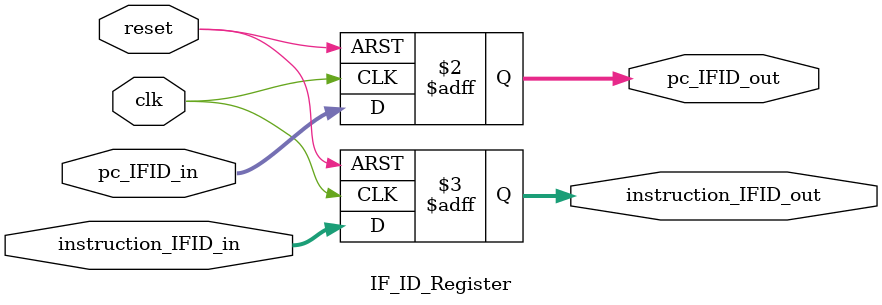
<source format=v>
module IF_ID_Register #(
    parameter DATA_WIDTH = 32
)(
    input clk,              // Clock input
    input reset,            // Reset input
    input [DATA_WIDTH-1:0] instruction_IFID_in,
    input [DATA_WIDTH-1:0] pc_IFID_in,
    output reg [DATA_WIDTH-1:0] pc_IFID_out,
    output reg [DATA_WIDTH-1:0] instruction_IFID_out
);

// Register for IF/ID stage
always @(posedge clk or posedge reset) begin
    if (reset) begin
        instruction_IFID_out <= 0;
        pc_IFID_out <= 0;
    end else begin
        instruction_IFID_out <= instruction_IFID_in;
        pc_IFID_out <= pc_IFID_in;
    end
end

endmodule
</source>
